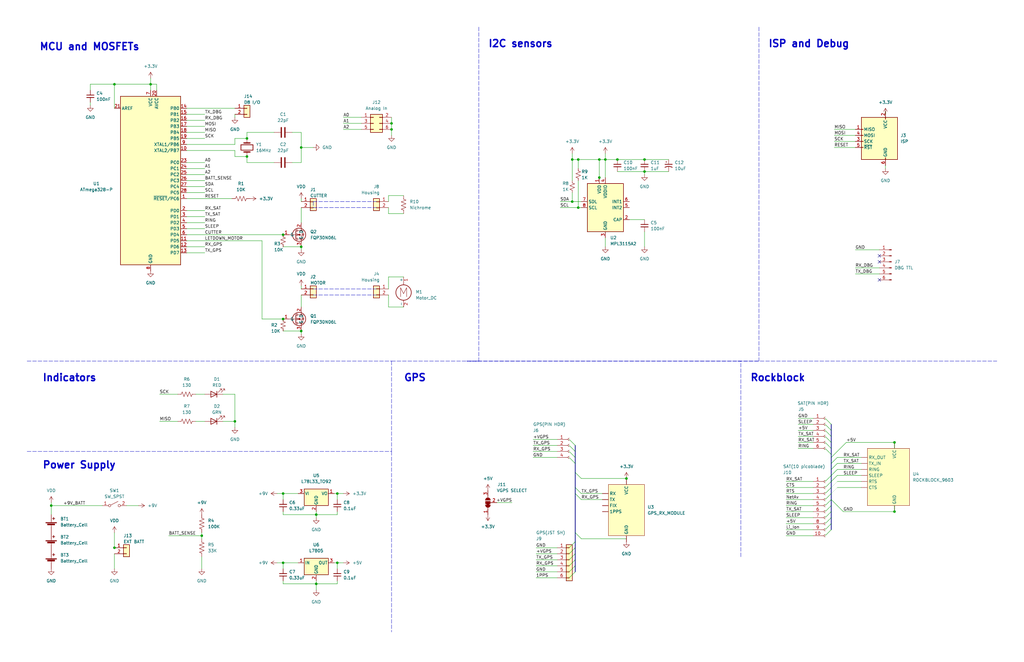
<source format=kicad_sch>
(kicad_sch (version 20211123) (generator eeschema)
  (paper "B")
  (title_block (title "${TITLE}") (date "2022-10-11") (rev "1") (company "Designed for the National Severe Storms Laboratory by Douglas Kennedy") (comment 1 "GPS and pressure sensors for geofencing, launch detection, and flight termination") (comment 2 "Rockblock satellite communicator interface for remote triggering and device configuration"))
  (junction (at 119.38 134.62))
  (junction (at 127 139.7))
  (junction (at 142.24 237.49))
  (junction (at 260.35 67.31))
  (junction (at 271.78 67.31))
  (junction (at 85.09 226.06))
  (junction (at 377.19 215.9))
  (junction (at 119.38 237.49))
  (junction (at 243.84 67.31))
  (junction (at 243.84 87.63))
  (junction (at 264.16 201.93))
  (junction (at 271.78 72.39))
  (junction (at 377.19 186.69))
  (junction (at 21.59 213.36))
  (junction (at 48.26 35.56))
  (junction (at 165.1 52.07))
  (junction (at 104.14 58.42))
  (junction (at 142.24 208.28))
  (junction (at 133.35 246.38))
  (junction (at 133.35 217.17))
  (junction (at 241.3 85.09))
  (junction (at 255.27 67.31))
  (junction (at 252.73 74.93))
  (junction (at 119.38 99.06))
  (junction (at 165.1 54.61))
  (junction (at 99.06 177.8))
  (junction (at 104.14 66.04))
  (junction (at 127 62.23))
  (junction (at 48.26 231.14))
  (junction (at 119.38 208.28))
  (junction (at 252.73 67.31))
  (junction (at 63.5 35.56))
  (junction (at 241.3 67.31))
  (junction (at 127 104.14))
  (no_connect (at 370.84 118.11))
  (no_connect (at 370.84 110.49))
  (no_connect (at 370.84 107.95))
  (bus_entry (at 347.98 205.74) (size 2.54 -2.54))
  (bus_entry (at 347.98 203.2) (size 2.54 -2.54))
  (bus_entry (at 347.98 220.98) (size 2.54 -2.54))
  (bus_entry (at 347.98 223.52) (size 2.54 -2.54))
  (bus_entry (at 347.98 226.06) (size 2.54 -2.54))
  (bus_entry (at 347.98 213.36) (size 2.54 -2.54))
  (bus_entry (at 347.98 215.9) (size 2.54 -2.54))
  (bus_entry (at 347.98 218.44) (size 2.54 -2.54))
  (bus_entry (at 347.98 208.28) (size 2.54 -2.54))
  (bus_entry (at 347.98 210.82) (size 2.54 -2.54))
  (bus_entry (at 350.52 210.82) (size 2.54 2.54))
  (bus_entry (at 350.52 200.66) (size 2.54 -2.54))
  (bus_entry (at 350.52 203.2) (size 2.54 -2.54))
  (bus_entry (at 347.98 189.23) (size 2.54 2.54))
  (bus_entry (at 347.98 176.53) (size 2.54 2.54))
  (bus_entry (at 347.98 181.61) (size 2.54 2.54))
  (bus_entry (at 347.98 179.07) (size 2.54 2.54))
  (bus_entry (at 347.98 184.15) (size 2.54 2.54))
  (bus_entry (at 347.98 186.69) (size 2.54 2.54))
  (bus_entry (at 350.52 198.12) (size 2.54 -2.54))
  (bus_entry (at 350.52 193.04) (size 2.54 -2.54))
  (bus_entry (at 350.52 195.58) (size 2.54 -2.54))
  (bus_entry (at 350.52 208.28) (size 2.54 -2.54) (stroke (width 0) (type dot)))
  (bus_entry (at 350.52 205.74) (size 2.54 -2.54) (stroke (width 0) (type dot)))
  (bus_entry (at 240.03 231.14) (size 2.54 -2.54))
  (bus_entry (at 240.03 233.68) (size 2.54 -2.54))
  (bus_entry (at 240.03 236.22) (size 2.54 -2.54))
  (bus_entry (at 240.03 238.76) (size 2.54 -2.54))
  (bus_entry (at 240.03 243.84) (size 2.54 -2.54))
  (bus_entry (at 240.03 241.3) (size 2.54 -2.54))
  (bus_entry (at 353.06 213.36) (size 2.54 2.54))
  (bus_entry (at 245.11 208.28) (size -2.54 -2.54))
  (bus_entry (at 245.11 210.82) (size -2.54 -2.54))
  (bus_entry (at 245.11 227.33) (size -2.54 -2.54))
  (bus_entry (at 245.11 201.93) (size -2.54 -2.54))
  (bus_entry (at 240.03 190.5) (size 2.54 2.54))
  (bus_entry (at 240.03 187.96) (size 2.54 2.54))
  (bus_entry (at 240.03 193.04) (size 2.54 2.54))
  (bus_entry (at 240.03 185.42) (size 2.54 2.54))
  (polyline (pts (xy 201.93 152.4) (xy 196.85 152.4)))
  (wire (pts (xy 243.84 87.63) (xy 245.11 87.63)))
  (wire (pts (xy 241.3 85.09) (xy 245.11 85.09)))
  (wire (pts (xy 63.5 35.56) (xy 66.04 35.56)))
  (polyline (pts (xy 132.08 121.92) (xy 158.75 121.92)))
  (bus (pts (xy 350.52 200.66) (xy 350.52 203.2)))
  (wire (pts (xy 265.43 92.71) (xy 271.78 92.71)))
  (wire (pts (xy 163.83 121.92) (xy 163.83 116.84)))
  (wire (pts (xy 78.74 48.26) (xy 86.36 48.26)))
  (wire (pts (xy 104.14 58.42) (xy 99.06 58.42)))
  (wire (pts (xy 271.78 97.79) (xy 271.78 104.14)))
  (polyline (pts (xy 196.85 152.4) (xy 320.04 152.4)))
  (wire (pts (xy 82.55 166.37) (xy 86.36 166.37)))
  (wire (pts (xy 351.79 54.61) (xy 360.68 54.61)))
  (wire (pts (xy 78.74 53.34) (xy 86.36 53.34)))
  (wire (pts (xy 252.73 67.31) (xy 255.27 67.31)))
  (wire (pts (xy 119.38 237.49) (xy 119.38 240.03)))
  (wire (pts (xy 271.78 72.39) (xy 281.94 72.39)))
  (wire (pts (xy 224.79 185.42) (xy 234.95 185.42)))
  (wire (pts (xy 53.34 213.36) (xy 58.42 213.36)))
  (polyline (pts (xy 11.43 152.4) (xy 165.1 152.4)))
  (bus (pts (xy 242.57 233.68) (xy 242.57 236.22)))
  (bus (pts (xy 242.57 195.58) (xy 242.57 199.39)))
  (wire (pts (xy 127 139.7) (xy 127 140.97)))
  (wire (pts (xy 245.11 201.93) (xy 264.16 201.93)))
  (wire (pts (xy 21.59 213.36) (xy 43.18 213.36)))
  (wire (pts (xy 163.83 90.17) (xy 170.18 90.17)))
  (wire (pts (xy 165.1 54.61) (xy 165.1 57.15)))
  (wire (pts (xy 127 105.41) (xy 127 104.14)))
  (wire (pts (xy 78.74 91.44) (xy 86.36 91.44)))
  (wire (pts (xy 226.06 243.84) (xy 234.95 243.84)))
  (wire (pts (xy 110.49 101.6) (xy 110.49 134.62)))
  (wire (pts (xy 104.14 55.88) (xy 115.57 55.88)))
  (wire (pts (xy 63.5 35.56) (xy 63.5 38.1)))
  (bus (pts (xy 350.52 189.23) (xy 350.52 191.77)))
  (wire (pts (xy 48.26 231.14) (xy 49.53 231.14)))
  (wire (pts (xy 331.47 203.2) (xy 342.9 203.2)))
  (wire (pts (xy 142.24 208.28) (xy 140.97 208.28)))
  (bus (pts (xy 242.57 224.79) (xy 242.57 228.6)))
  (wire (pts (xy 78.74 78.74) (xy 86.36 78.74)))
  (wire (pts (xy 241.3 81.28) (xy 241.3 85.09)))
  (wire (pts (xy 78.74 68.58) (xy 86.36 68.58)))
  (wire (pts (xy 360.68 115.57) (xy 370.84 115.57)))
  (wire (pts (xy 133.35 215.9) (xy 133.35 217.17)))
  (wire (pts (xy 119.38 237.49) (xy 125.73 237.49)))
  (wire (pts (xy 245.11 227.33) (xy 264.16 227.33)))
  (bus (pts (xy 350.52 181.61) (xy 350.52 184.15)))
  (bus (pts (xy 350.52 195.58) (xy 350.52 198.12)))
  (wire (pts (xy 116.84 208.28) (xy 119.38 208.28)))
  (polyline (pts (xy 165.1 190.5) (xy 165.1 266.7)))
  (wire (pts (xy 353.06 195.58) (xy 363.22 195.58)))
  (wire (pts (xy 78.74 76.2) (xy 86.36 76.2)))
  (wire (pts (xy 331.47 220.98) (xy 342.9 220.98)))
  (wire (pts (xy 224.79 187.96) (xy 234.95 187.96)))
  (polyline (pts (xy 312.42 234.95) (xy 312.42 152.4)))
  (wire (pts (xy 163.83 116.84) (xy 170.18 116.84)))
  (polyline (pts (xy 132.08 124.46) (xy 158.75 124.46)))
  (wire (pts (xy 245.11 210.82) (xy 254 210.82)))
  (wire (pts (xy 353.06 203.2) (xy 363.22 203.2)))
  (wire (pts (xy 78.74 60.96) (xy 99.06 60.96)))
  (wire (pts (xy 127 124.46) (xy 127 129.54)))
  (wire (pts (xy 123.19 68.58) (xy 127 68.58)))
  (wire (pts (xy 163.83 87.63) (xy 163.83 90.17)))
  (wire (pts (xy 255.27 100.33) (xy 255.27 104.14)))
  (wire (pts (xy 360.68 105.41) (xy 370.84 105.41)))
  (polyline (pts (xy 201.93 11.43) (xy 201.93 152.4)))
  (wire (pts (xy 21.59 213.36) (xy 21.59 217.17)))
  (wire (pts (xy 260.35 72.39) (xy 271.78 72.39)))
  (bus (pts (xy 242.57 190.5) (xy 242.57 193.04)))
  (bus (pts (xy 242.57 236.22) (xy 242.57 238.76)))
  (wire (pts (xy 360.68 113.03) (xy 370.84 113.03)))
  (wire (pts (xy 255.27 64.77) (xy 255.27 67.31)))
  (wire (pts (xy 331.47 205.74) (xy 342.9 205.74)))
  (wire (pts (xy 331.47 215.9) (xy 342.9 215.9)))
  (wire (pts (xy 78.74 96.52) (xy 86.36 96.52)))
  (wire (pts (xy 38.1 38.1) (xy 38.1 35.56)))
  (wire (pts (xy 271.78 67.31) (xy 281.94 67.31)))
  (bus (pts (xy 350.52 179.07) (xy 350.52 181.61)))
  (wire (pts (xy 48.26 35.56) (xy 48.26 45.72)))
  (wire (pts (xy 342.9 210.82) (xy 331.47 210.82)))
  (wire (pts (xy 226.06 238.76) (xy 234.95 238.76)))
  (wire (pts (xy 133.35 218.44) (xy 133.35 217.17)))
  (bus (pts (xy 350.52 193.04) (xy 350.52 195.58)))
  (polyline (pts (xy 165.1 152.4) (xy 420.37 152.4)))
  (wire (pts (xy 224.79 190.5) (xy 234.95 190.5)))
  (wire (pts (xy 144.78 208.28) (xy 142.24 208.28)))
  (wire (pts (xy 243.84 76.2) (xy 243.84 87.63)))
  (wire (pts (xy 142.24 237.49) (xy 140.97 237.49)))
  (wire (pts (xy 241.3 76.2) (xy 241.3 67.31)))
  (wire (pts (xy 144.78 49.53) (xy 152.4 49.53)))
  (wire (pts (xy 78.74 50.8) (xy 86.36 50.8)))
  (wire (pts (xy 110.49 134.62) (xy 119.38 134.62)))
  (wire (pts (xy 99.06 63.5) (xy 99.06 66.04)))
  (wire (pts (xy 331.47 226.06) (xy 342.9 226.06)))
  (bus (pts (xy 242.57 231.14) (xy 242.57 233.68)))
  (wire (pts (xy 353.06 205.74) (xy 363.22 205.74)))
  (bus (pts (xy 350.52 198.12) (xy 350.52 200.66)))
  (wire (pts (xy 127 83.82) (xy 127 85.09)))
  (wire (pts (xy 252.73 74.93) (xy 252.73 76.2)))
  (wire (pts (xy 243.84 67.31) (xy 252.73 67.31)))
  (wire (pts (xy 38.1 43.18) (xy 38.1 44.45)))
  (wire (pts (xy 144.78 237.49) (xy 142.24 237.49)))
  (wire (pts (xy 119.38 215.9) (xy 119.38 217.17)))
  (bus (pts (xy 350.52 210.82) (xy 350.52 213.36)))
  (wire (pts (xy 243.84 67.31) (xy 243.84 71.12)))
  (bus (pts (xy 242.57 193.04) (xy 242.57 195.58)))
  (polyline (pts (xy 132.08 85.09) (xy 158.75 85.09)))
  (wire (pts (xy 353.06 190.5) (xy 356.87 186.69)))
  (wire (pts (xy 99.06 66.04) (xy 104.14 66.04)))
  (bus (pts (xy 242.57 208.28) (xy 242.57 224.79)))
  (wire (pts (xy 78.74 63.5) (xy 99.06 63.5)))
  (wire (pts (xy 99.06 166.37) (xy 99.06 177.8)))
  (wire (pts (xy 104.14 66.04) (xy 104.14 68.58)))
  (wire (pts (xy 355.6 215.9) (xy 377.19 215.9)))
  (wire (pts (xy 93.98 177.8) (xy 99.06 177.8)))
  (wire (pts (xy 48.26 233.68) (xy 48.26 240.03)))
  (polyline (pts (xy 165.1 152.4) (xy 165.1 190.5)))
  (wire (pts (xy 67.31 177.8) (xy 74.93 177.8)))
  (wire (pts (xy 342.9 208.28) (xy 331.47 208.28)))
  (wire (pts (xy 142.24 208.28) (xy 142.24 210.82)))
  (wire (pts (xy 331.47 213.36) (xy 342.9 213.36)))
  (wire (pts (xy 78.74 71.12) (xy 86.36 71.12)))
  (wire (pts (xy 85.09 240.03) (xy 85.09 234.95)))
  (wire (pts (xy 66.04 35.56) (xy 66.04 38.1)))
  (wire (pts (xy 226.06 231.14) (xy 234.95 231.14)))
  (wire (pts (xy 342.9 184.15) (xy 336.55 184.15)))
  (bus (pts (xy 242.57 205.74) (xy 242.57 208.28)))
  (wire (pts (xy 116.84 237.49) (xy 119.38 237.49)))
  (wire (pts (xy 99.06 177.8) (xy 99.06 180.34)))
  (wire (pts (xy 351.79 57.15) (xy 360.68 57.15)))
  (wire (pts (xy 353.06 198.12) (xy 363.22 198.12)))
  (wire (pts (xy 241.3 64.77) (xy 241.3 67.31)))
  (wire (pts (xy 85.09 227.33) (xy 85.09 226.06)))
  (wire (pts (xy 373.38 46.99) (xy 373.38 48.26)))
  (wire (pts (xy 331.47 218.44) (xy 342.9 218.44)))
  (wire (pts (xy 377.19 186.69) (xy 377.19 189.23)))
  (bus (pts (xy 350.52 205.74) (xy 350.52 208.28)))
  (wire (pts (xy 336.55 189.23) (xy 342.9 189.23)))
  (wire (pts (xy 119.38 246.38) (xy 133.35 246.38)))
  (wire (pts (xy 38.1 35.56) (xy 48.26 35.56)))
  (wire (pts (xy 133.35 217.17) (xy 142.24 217.17)))
  (wire (pts (xy 127 62.23) (xy 127 68.58)))
  (wire (pts (xy 119.38 208.28) (xy 125.73 208.28)))
  (bus (pts (xy 350.52 191.77) (xy 350.52 193.04)))
  (wire (pts (xy 336.55 176.53) (xy 342.9 176.53)))
  (wire (pts (xy 104.14 58.42) (xy 104.14 55.88)))
  (wire (pts (xy 127 87.63) (xy 127 93.98)))
  (wire (pts (xy 353.06 193.04) (xy 363.22 193.04)))
  (wire (pts (xy 373.38 69.85) (xy 373.38 71.12)))
  (wire (pts (xy 21.59 212.09) (xy 21.59 213.36)))
  (wire (pts (xy 245.11 208.28) (xy 254 208.28)))
  (polyline (pts (xy 132.08 85.09) (xy 132.08 87.63)))
  (wire (pts (xy 78.74 99.06) (xy 119.38 99.06)))
  (wire (pts (xy 336.55 181.61) (xy 342.9 181.61)))
  (wire (pts (xy 241.3 67.31) (xy 243.84 67.31)))
  (wire (pts (xy 226.06 241.3) (xy 234.95 241.3)))
  (wire (pts (xy 78.74 55.88) (xy 86.36 55.88)))
  (wire (pts (xy 236.22 87.63) (xy 243.84 87.63)))
  (wire (pts (xy 82.55 177.8) (xy 86.36 177.8)))
  (wire (pts (xy 336.55 186.69) (xy 342.9 186.69)))
  (wire (pts (xy 85.09 226.06) (xy 85.09 224.79)))
  (wire (pts (xy 133.35 245.11) (xy 133.35 246.38)))
  (wire (pts (xy 119.38 208.28) (xy 119.38 210.82)))
  (wire (pts (xy 163.83 82.55) (xy 170.18 82.55)))
  (wire (pts (xy 226.06 233.68) (xy 234.95 233.68)))
  (wire (pts (xy 119.38 104.14) (xy 127 104.14)))
  (wire (pts (xy 78.74 101.6) (xy 110.49 101.6)))
  (wire (pts (xy 93.98 166.37) (xy 99.06 166.37)))
  (wire (pts (xy 142.24 237.49) (xy 142.24 240.03)))
  (wire (pts (xy 353.06 200.66) (xy 363.22 200.66)))
  (wire (pts (xy 78.74 106.68) (xy 86.36 106.68)))
  (bus (pts (xy 350.52 220.98) (xy 350.52 223.52)))
  (wire (pts (xy 78.74 83.82) (xy 97.79 83.82)))
  (wire (pts (xy 163.83 129.54) (xy 163.83 124.46)))
  (wire (pts (xy 78.74 93.98) (xy 86.36 93.98)))
  (wire (pts (xy 48.26 224.79) (xy 48.26 231.14)))
  (wire (pts (xy 142.24 245.11) (xy 142.24 246.38)))
  (wire (pts (xy 119.38 139.7) (xy 127 139.7)))
  (wire (pts (xy 252.73 67.31) (xy 252.73 74.93)))
  (wire (pts (xy 78.74 45.72) (xy 99.06 45.72)))
  (bus (pts (xy 242.57 238.76) (xy 242.57 241.3)))
  (polyline (pts (xy 11.43 190.5) (xy 165.1 190.5)))
  (wire (pts (xy 123.19 55.88) (xy 127 55.88)))
  (wire (pts (xy 351.79 59.69) (xy 360.68 59.69)))
  (bus (pts (xy 242.57 199.39) (xy 242.57 205.74)))
  (polyline (pts (xy 312.42 152.4) (xy 311.15 152.4)))
  (bus (pts (xy 350.52 184.15) (xy 350.52 186.69)))
  (wire (pts (xy 99.06 58.42) (xy 99.06 60.96)))
  (wire (pts (xy 78.74 73.66) (xy 86.36 73.66)))
  (wire (pts (xy 144.78 54.61) (xy 152.4 54.61)))
  (wire (pts (xy 260.35 67.31) (xy 271.78 67.31)))
  (wire (pts (xy 255.27 67.31) (xy 260.35 67.31)))
  (wire (pts (xy 356.87 186.69) (xy 377.19 186.69)))
  (wire (pts (xy 104.14 68.58) (xy 115.57 68.58)))
  (wire (pts (xy 331.47 223.52) (xy 342.9 223.52)))
  (wire (pts (xy 271.78 72.39) (xy 271.78 73.66)))
  (bus (pts (xy 350.52 208.28) (xy 350.52 210.82)))
  (bus (pts (xy 350.52 218.44) (xy 350.52 220.98)))
  (wire (pts (xy 255.27 67.31) (xy 255.27 74.93)))
  (bus (pts (xy 350.52 186.69) (xy 350.52 189.23)))
  (wire (pts (xy 127 62.23) (xy 132.08 62.23)))
  (wire (pts (xy 48.26 35.56) (xy 63.5 35.56)))
  (wire (pts (xy 165.1 49.53) (xy 165.1 52.07)))
  (bus (pts (xy 350.52 213.36) (xy 350.52 215.9)))
  (wire (pts (xy 170.18 129.54) (xy 163.83 129.54)))
  (wire (pts (xy 236.22 85.09) (xy 241.3 85.09)))
  (wire (pts (xy 224.79 193.04) (xy 234.95 193.04)))
  (wire (pts (xy 133.35 246.38) (xy 142.24 246.38)))
  (wire (pts (xy 336.55 179.07) (xy 342.9 179.07)))
  (bus (pts (xy 242.57 187.96) (xy 242.57 190.5)))
  (wire (pts (xy 377.19 213.36) (xy 377.19 215.9)))
  (wire (pts (xy 127 55.88) (xy 127 62.23)))
  (wire (pts (xy 67.31 166.37) (xy 74.93 166.37)))
  (wire (pts (xy 163.83 85.09) (xy 163.83 82.55)))
  (wire (pts (xy 119.38 217.17) (xy 133.35 217.17)))
  (wire (pts (xy 351.79 62.23) (xy 360.68 62.23)))
  (wire (pts (xy 78.74 81.28) (xy 86.36 81.28)))
  (wire (pts (xy 99.06 48.26) (xy 99.06 49.53)))
  (bus (pts (xy 350.52 203.2) (xy 350.52 205.74)))
  (wire (pts (xy 226.06 236.22) (xy 234.95 236.22)))
  (wire (pts (xy 142.24 217.17) (xy 142.24 215.9)))
  (wire (pts (xy 209.55 212.09) (xy 215.9 212.09)))
  (wire (pts (xy 144.78 52.07) (xy 152.4 52.07)))
  (bus (pts (xy 350.52 215.9) (xy 350.52 218.44)))
  (polyline (pts (xy 320.04 11.43) (xy 320.04 152.4)))
  (wire (pts (xy 119.38 245.11) (xy 119.38 246.38)))
  (wire (pts (xy 63.5 33.02) (xy 63.5 35.56)))
  (polyline (pts (xy 132.08 87.63) (xy 158.75 87.63)))
  (wire (pts (xy 78.74 58.42) (xy 86.36 58.42)))
  (wire (pts (xy 165.1 52.07) (xy 165.1 54.61)))
  (wire (pts (xy 133.35 246.38) (xy 133.35 248.92)))
  (wire (pts (xy 78.74 104.14) (xy 86.36 104.14)))
  (wire (pts (xy 78.74 88.9) (xy 86.36 88.9)))
  (wire (pts (xy 127 120.65) (xy 127 121.92)))
  (bus (pts (xy 242.57 228.6) (xy 242.57 231.14)))
  (wire (pts (xy 71.12 226.06) (xy 85.09 226.06)))
  (text "GPS" (at 170.18 161.29 0) (effects (font (size 3 3) bold) (justify left bottom)))
  (text "ISP and Debug" (at 323.85 20.32 0) (effects (font (size 3 3) bold) (justify left bottom)))
  (text "Power Supply" (at 17.78 198.12 0) (effects (font (size 3 3) (thickness 0.6) bold) (justify left bottom)))
  (text "I2C sensors" (at 205.74 20.32 0) (effects (font (size 3 3) bold) (justify left bottom)))
  (text "Indicators" (at 17.78 161.29 0) (effects (font (size 3 3) (thickness 0.6) bold) (justify left bottom)))
  (text "Rockblock" (at 316.23 161.29 0) (effects (font (size 3 3) bold) (justify left bottom)))
  (text "MCU and MOSFETs" (at 16.51 21.59 0) (effects (font (size 3 3) bold) (justify left bottom)))
  (label "SLEEP" (at 86.36 96.52 0))
  (label "TX_GPS" (at 86.36 106.68 0))
  (label "SLEEP" (at 336.55 179.07 0))
  (label "NetAv" (at 331.47 210.82 0))
  (label "BATT_SENSE" (at 86.36 76.2 0))
  (label "RING" (at 355.6 198.12 0))
  (label "TX_GPS" (at 245.11 208.28 0))
  (label "TX_SAT" (at 86.36 91.44 0))
  (label "TX_DBG" (at 360.68 115.57 0))
  (label "MOSI" (at 351.79 57.15 0))
  (label "1PPS" (at 226.06 243.84 0))
  (label "MISO" (at 351.79 54.61 0))
  (label "SCL" (at 236.22 87.63 0))
  (label "+VGPS" (at 215.9 212.09 180))
  (label "SCK" (at 86.36 58.42 0))
  (label "RX_SAT" (at 355.6 193.04 0))
  (label "SCK" (at 67.31 166.37 0))
  (label "SDA" (at 86.36 78.74 0))
  (label "+VGPS" (at 224.79 185.42 0))
  (label "BATT_SENSE" (at 71.12 226.06 0))
  (label "TX_GPS" (at 226.06 236.22 0))
  (label "SCK" (at 351.79 59.69 0))
  (label "A2" (at 86.36 73.66 0))
  (label "GND" (at 336.55 176.53 0))
  (label "GND" (at 355.6 215.9 0))
  (label "Li_Ion" (at 331.47 223.52 0))
  (label "+5V" (at 331.47 220.98 0))
  (label "LETDOWN_MOTOR" (at 86.36 101.6 0))
  (label "RX_SAT" (at 331.47 203.2 0))
  (label "GND" (at 226.06 241.3 0))
  (label "RX_GPS" (at 86.36 104.14 0))
  (label "RX_GPS" (at 226.06 238.76 0))
  (label "TX_GPS" (at 224.79 187.96 0))
  (label "RTS" (at 331.47 208.28 0))
  (label "TX_SAT" (at 355.6 195.58 0))
  (label "RING" (at 86.36 93.98 0))
  (label "CTS" (at 331.47 205.74 0))
  (label "+VGPS" (at 226.06 233.68 0))
  (label "RX_DBG" (at 86.36 50.8 0))
  (label "MOSI" (at 86.36 53.34 0))
  (label "RX_GPS" (at 224.79 190.5 0))
  (label "RING" (at 336.55 189.23 0))
  (label "RESET" (at 86.36 83.82 0))
  (label "TX_DBG" (at 86.36 48.26 0))
  (label "RX_SAT" (at 86.36 88.9 0))
  (label "RX_GPS" (at 245.11 210.82 0))
  (label "RESET" (at 351.79 62.23 0))
  (label "A2" (at 144.78 54.61 0))
  (label "A0" (at 144.78 49.53 0))
  (label "SLEEP" (at 331.47 218.44 0))
  (label "SDA" (at 236.22 85.09 0))
  (label "MISO" (at 67.31 177.8 0))
  (label "RX_SAT" (at 336.55 186.69 0))
  (label "TX_SAT" (at 336.55 184.15 0))
  (label "+9V_BATT" (at 26.67 213.36 0))
  (label "TX_SAT" (at 331.47 215.9 0))
  (label "+5V" (at 336.55 181.61 0))
  (label "RING" (at 331.47 213.36 0))
  (label "GND" (at 360.68 105.41 0))
  (label "A1" (at 86.36 71.12 0))
  (label "GND" (at 226.06 231.14 0))
  (label "CUTTER" (at 86.36 99.06 0))
  (label "SLEEP" (at 355.6 200.66 0))
  (label "MISO" (at 86.36 55.88 0))
  (label "RX_DBG" (at 360.68 113.03 0))
  (label "+5V" (at 356.87 186.69 0))
  (label "GND" (at 224.79 193.04 0))
  (label "GND" (at 331.47 226.06 0))
  (label "A0" (at 86.36 68.58 0))
  (label "SCL" (at 86.36 81.28 0))
  (label "A1" (at 144.78 52.07 0))
  (symbol (lib_id "power:GND") (at 133.35 218.44 0) (unit 1)
    (property "Reference" "#PWR0109" (effects hide))
    (property "Value" "GND" (at 133.35 223.52 0))
  )
  (symbol (lib_id "power:+3.3V") (at 144.78 208.28 270) (unit 1)
    (property "Reference" "#PWR0106" (effects hide))
    (property "Value" "+3.3V" (at 148.59 208.2799 90) (effects (justify left)))
  )
  (symbol (lib_id "power:GND") (at 99.06 180.34 0) (unit 1)
    (property "Reference" "#PWR0121" (effects hide))
    (property "Value" "GND" (at 99.06 185.42 0))
  )
  (symbol (lib_id "Connector:Conn_01x06_Male") (at 375.92 110.49 0) (mirror y) (unit 1)
    (property "Reference" "J7" (at 377.19 110.4899 0) (effects (justify right)))
    (property "Value" "DBG TTL" (at 377.19 113.0299 0) (effects (justify right)))
    (property "Footprint" "Connector_PinHeader_2.54mm:PinHeader_1x06_P2.54mm_Vertical" (effects hide))
  )
  (symbol (lib_id "power:VDD") (at 127 83.82 0) (unit 1)
    (property "Reference" "#PWR0102" (effects hide))
    (property "Value" "VDD" (at 127 78.74 0))
  )
  (symbol (lib_id "power:GND") (at 264.16 228.6 0) (unit 1)
    (property "Reference" "#PWR0113" (effects hide))
    (property "Value" "GND" (at 264.16 233.68 0))
  )
  (symbol (lib_id "Device:R_Small_US") (at 243.84 73.66 180) (unit 1)
    (property "Reference" "R9" (at 245.1887 72.4251 0) (effects (justify right)))
    (property "Value" "1K" (at 245.1887 74.9651 0) (effects (justify right)))
    (property "Footprint" "Resistor_THT:R_Axial_DIN0204_L3.6mm_D1.6mm_P7.62mm_Horizontal" (effects hide))
  )
  (symbol (lib_id "Device:C") (at 119.38 68.58 90) (unit 1)
    (property "Reference" "C2" (at 119.38 60.96 90))
    (property "Value" "22pF" (at 119.38 63.5 90))
    (property "Footprint" "Capacitor_THT:C_Disc_D4.7mm_W2.5mm_P5.00mm" (effects hide))
    (property "Datasheet" "https://www.farnell.com/datasheets/2873573.pdf" (effects hide))
  )
  (symbol (lib_id "Connector_Generic:Conn_01x02") (at 132.08 85.09 0) (unit 1)
    (property "Reference" "J1" (at 130.81 80.01 0) (effects (justify left)))
    (property "Value" "CUTTER" (at 130.81 82.55 0) (effects (justify left)))
    (property "Footprint" "Connector_JST:JST_XH_B2B-XH-A_1x02_P2.50mm_Vertical" (effects hide))
  )
  (symbol (lib_id "Device:R_Small_US") (at 241.3 78.74 180) (unit 1)
    (property "Reference" "R8" (at 237.1603 77.4117 0) (effects (justify right)))
    (property "Value" "1K" (at 237.1603 79.9517 0) (effects (justify right)))
    (property "Footprint" "Resistor_THT:R_Axial_DIN0204_L3.6mm_D1.6mm_P7.62mm_Horizontal" (effects hide))
  )
  (symbol (lib_id "Jumper:SolderJumper_3_Bridged12") (at 205.74 212.09 90) (unit 1)
    (property "Reference" "J11" (at 213.36 204.47 90) (effects (justify left)))
    (property "Value" "VGPS SELECT" (at 222.25 207.01 90) (effects (justify left)))
    (property "Footprint" "Jumper:SolderJumper-3_P1.3mm_Bridged12_RoundedPad1.0x1.5mm" (effects hide))
  )
  (symbol (lib_id "power:+3.3V") (at 105.41 83.82 270) (unit 1)
    (property "Reference" "#PWR03" (effects hide))
    (property "Value" "+3.3V" (at 109.2041 83.8199 90) (effects (justify left)))
  )
  (symbol (lib_id "Connector_Generic:Conn_01x02") (at 132.08 121.92 0) (unit 1)
    (property "Reference" "J2" (at 130.81 116.84 0) (effects (justify left)))
    (property "Value" "MOTOR" (at 130.81 119.38 0) (effects (justify left)))
    (property "Footprint" "Connector_JST:JST_XH_B2B-XH-A_1x02_P2.50mm_Vertical" (effects hide))
  )
  (symbol (lib_id "Device:R_US") (at 85.09 220.98 0) (unit 1)
    (property "Reference" "R4" (at 87.63 219.7099 0) (effects (justify left)))
    (property "Value" "100K" (at 87.63 222.2499 0) (effects (justify left)))
    (property "Footprint" "Resistor_THT:R_Axial_DIN0204_L3.6mm_D1.6mm_P7.62mm_Horizontal" (effects hide))
  )
  (symbol (lib_id "Connector_Generic:Conn_01x02") (at 104.14 45.72 0) (unit 1)
    (property "Reference" "J14" (at 102.87 40.64 0) (effects (justify left)))
    (property "Value" "D8 I/O" (at 102.87 43.18 0) (effects (justify left)))
    (property "Footprint" "Connector_JST:JST_XH_B2B-XH-A_1x02_P2.50mm_Vertical" (effects hide))
  )
  (symbol (lib_id "Switch:SW_SPST") (at 48.26 213.36 0) (unit 1)
    (property "Reference" "SW1" (at 48.26 207.01 0))
    (property "Value" "SW_SPST" (at 48.26 209.55 0))
    (property "Footprint" "Connector_JST:JST_XH_B2B-XH-A_1x02_P2.50mm_Vertical" (effects hide))
  )
  (symbol (lib_id "Device:C_Small") (at 142.24 213.36 180) (unit 1)
    (property "Reference" "C8" (at 144.78 212.0835 0) (effects (justify right)))
    (property "Value" "0.1uF" (at 144.78 214.6235 0) (effects (justify right)))
    (property "Footprint" "Capacitor_THT:C_Axial_L5.1mm_D3.1mm_P7.50mm_Horizontal" (effects hide))
  )
  (symbol (lib_id "Doug_symbol_library:FQP30N06L") (at 125.73 99.06 0) (unit 1)
    (property "Reference" "Q2" (at 130.81 97.7899 0) (effects (justify left)))
    (property "Value" "FQP30N06L" (at 130.81 100.3299 0) (effects (justify left)))
    (property "Footprint" "Package_TO_SOT_THT:TO-220-3_Horizontal_TabDown" (effects hide))
  )
  (symbol (lib_id "Connector_Generic:Conn_01x02") (at 158.75 121.92 0) (mirror y) (unit 1) (in_bom no) (on_board no)
    (property "Reference" "J4" (at 158.75 115.57 0))
    (property "Value" "Housing" (at 156.21 118.11 0))
  )
  (symbol (lib_id "power:GND") (at 99.06 49.53 0) (unit 1)
    (property "Reference" "#PWR0129" (effects hide))
    (property "Value" "GND" (at 99.06 54.61 0))
  )
  (symbol (lib_id "Device:C_Small") (at 260.35 69.85 0) (unit 1)
    (property "Reference" "C10" (at 262.89 68.5862 0) (effects (justify left)))
    (property "Value" "100nF" (at 262.89 71.1262 0) (effects (justify left)))
    (property "Footprint" "Capacitor_THT:C_Axial_L5.1mm_D3.1mm_P7.50mm_Horizontal" (effects hide))
  )
  (symbol (lib_id "power:VDD") (at 127 120.65 0) (unit 1)
    (property "Reference" "#PWR0101" (effects hide))
    (property "Value" "VDD" (at 127 115.57 0))
  )
  (symbol (lib_id "Device:R_US") (at 170.18 86.36 0) (unit 1) (in_bom no) (on_board no)
    (property "Reference" "R10" (at 172.72 85.0899 0) (effects (justify left)))
    (property "Value" "Nichrome" (at 172.72 87.6299 0) (effects (justify left)))
  )
  (symbol (lib_id "Device:R_US") (at 85.09 231.14 0) (unit 1)
    (property "Reference" "R5" (at 87.63 229.8699 0) (effects (justify left)))
    (property "Value" "33K" (at 87.63 232.4099 0) (effects (justify left)))
    (property "Footprint" "Resistor_THT:R_Axial_DIN0204_L3.6mm_D1.6mm_P7.62mm_Horizontal" (effects hide))
    (property "Datasheet" "Resistor_THT:R_Axial_DIN0309_L9.0mm_D3.2mm_P12.70mm_Horizontal" (effects hide))
  )
  (symbol (lib_id "power:GND") (at 127 105.41 0) (unit 1)
    (property "Reference" "#PWR05" (effects hide))
    (property "Value" "GND" (at 127 110.49 0))
  )
  (symbol (lib_id "Connector_Generic:Conn_01x02") (at 158.75 85.09 0) (mirror y) (unit 1) (in_bom no) (on_board no)
    (property "Reference" "J8" (at 158.75 78.74 0))
    (property "Value" "Housing" (at 156.21 81.28 0))
  )
  (symbol (lib_id "Device:Battery_Cell") (at 21.59 222.25 0) (unit 1)
    (property "Reference" "BT1" (at 25.4 218.9479 0) (effects (justify left)))
    (property "Value" "Battery_Cell" (at 25.4 221.4879 0) (effects (justify left)))
    (property "Footprint" "doug_Library:BatteryHolder_Keystone_1051_1xCR123A" (effects hide))
  )
  (symbol (lib_id "Device:C_Small") (at 119.38 213.36 180) (unit 1)
    (property "Reference" "C6" (at 121.92 212.0835 0) (effects (justify right)))
    (property "Value" "0.33uF" (at 121.92 214.6235 0) (effects (justify right)))
    (property "Footprint" "Capacitor_THT:C_Axial_L5.1mm_D3.1mm_P7.50mm_Horizontal" (effects hide))
    (property "Datasheet" "https://datasheets.kyocera-avx.com/spingrd.pdf" (effects hide))
  )
  (symbol (lib_id "power:+9V") (at 85.09 217.17 0) (unit 1)
    (property "Reference" "#PWR0110" (effects hide))
    (property "Value" "+9V" (at 85.09 212.09 0))
  )
  (symbol (lib_id "Connector_Generic:Conn_01x02") (at 53.34 231.14 0) (unit 1)
    (property "Reference" "J13" (at 52.07 226.06 0) (effects (justify left)))
    (property "Value" "EXT BATT" (at 52.07 228.6 0) (effects (justify left)))
    (property "Footprint" "Connector_JST:JST_XH_B2B-XH-A_1x02_P2.50mm_Vertical" (effects hide))
  )
  (symbol (lib_id "power:GND") (at 67.31 -54.61 0) (unit 1)
    (property "Reference" "#PWR0127" (effects hide))
    (property "Value" "GND" (at 67.31 -48.26 0))
  )
  (symbol (lib_id "power:GND") (at 271.78 73.66 0) (unit 1)
    (property "Reference" "#PWR0122" (effects hide))
    (property "Value" "GND" (at 271.78 78.74 0))
  )
  (symbol (lib_id "Device:C_Small") (at 271.78 69.85 0) (unit 1)
    (property "Reference" "C11" (at 274.32 68.5862 0) (effects (justify left)))
    (property "Value" "1uF" (at 274.32 71.1262 0) (effects (justify left)))
    (property "Footprint" "Capacitor_THT:C_Axial_L5.1mm_D3.1mm_P7.50mm_Horizontal" (effects hide))
    (property "Datasheet" "https://www.digikey.com/en/products/detail/kemet/C410C105K3R5TA/12701220" (effects hide))
  )
  (symbol (lib_id "power:+9V") (at 116.84 237.49 90) (unit 1)
    (property "Reference" "#PWR0105" (effects hide))
    (property "Value" "+9V" (at 113.03 237.4899 90) (effects (justify left)))
  )
  (symbol (lib_id "power:GND") (at 48.26 240.03 0) (unit 1)
    (property "Reference" "#PWR0128" (effects hide))
    (property "Value" "GND" (at 48.26 245.11 0))
  )
  (symbol (lib_id "power:+3.3V") (at 63.5 33.02 0) (unit 1)
    (property "Reference" "#PWR01" (effects hide))
    (property "Value" "+3.3V" (at 63.5 27.94 0))
  )
  (symbol (lib_id "Device:C_Small") (at 119.38 242.57 180) (unit 1)
    (property "Reference" "C7" (at 121.92 241.2935 0) (effects (justify right)))
    (property "Value" "0.33uF" (at 121.92 243.8335 0) (effects (justify right)))
    (property "Footprint" "Capacitor_THT:C_Axial_L5.1mm_D3.1mm_P7.50mm_Horizontal" (effects hide))
    (property "Datasheet" "https://datasheets.kyocera-avx.com/spingrd.pdf" (effects hide))
  )
  (symbol (lib_id "power:GND") (at 21.59 240.03 0) (unit 1)
    (property "Reference" "#PWR0103" (effects hide))
    (property "Value" "GND" (at 21.59 245.11 0))
  )
  (symbol (lib_id "Device:LED") (at 90.17 177.8 180) (unit 1)
    (property "Reference" "D2" (at 91.44 171.45 0))
    (property "Value" "GRN" (at 91.44 173.99 0))
    (property "Footprint" "LED_THT:LED_D3.0mm" (effects hide))
  )
  (symbol (lib_id "Device:R_US") (at 78.74 177.8 90) (unit 1)
    (property "Reference" "R7" (at 78.74 171.45 90))
    (property "Value" "130" (at 78.74 173.99 90))
    (property "Footprint" "Resistor_THT:R_Axial_DIN0204_L3.6mm_D1.6mm_P7.62mm_Horizontal" (effects hide))
  )
  (symbol (lib_id "power:VDD") (at 21.59 212.09 0) (unit 1)
    (property "Reference" "#PWR0114" (effects hide))
    (property "Value" "VDD" (at 21.59 207.01 0))
  )
  (symbol (lib_id "Motor:Motor_DC") (at 170.18 121.92 0) (unit 1) (on_board no)
    (property "Reference" "M1" (at 175.26 123.1899 0) (effects (justify left)))
    (property "Value" "Motor_DC" (at 175.26 125.7299 0) (effects (justify left)))
  )
  (symbol (lib_id "power:+3.3V") (at 255.27 64.77 0) (unit 1)
    (property "Reference" "#PWR0117" (effects hide))
    (property "Value" "+3.3V" (at 255.27 59.69 0))
  )
  (symbol (lib_id "power:GND") (at 63.5 114.3 0) (unit 1)
    (property "Reference" "#PWR02" (effects hide))
    (property "Value" "GND" (at 63.5 119.38 0))
  )
  (symbol (lib_id "MCU_Microchip_ATmega:ATmega328-P") (at 63.5 76.2 0) (unit 1)
    (property "Reference" "U1" (at 40.64 77.47 0))
    (property "Value" "ATmega328-P" (at 40.64 80.01 0))
    (property "Footprint" "Package_DIP:DIP-28_W7.62mm" (effects hide))
    (property "Datasheet" "http://ww1.microchip.com/downloads/en/DeviceDoc/ATmega328_P%20AVR%20MCU%20with%20picoPower%20Technology%20Data%20Sheet%2040001984A.pdf" (effects hide))
  )
  (symbol (lib_id "Device:R_Small_US") (at 119.38 137.16 0) (unit 1)
    (property "Reference" "R2" (at 114.3 137.16 0) (effects (justify left)))
    (property "Value" "10K" (at 114.3 139.7 0) (effects (justify left)))
    (property "Footprint" "Resistor_THT:R_Axial_DIN0204_L3.6mm_D1.6mm_P7.62mm_Horizontal" (effects hide))
  )
  (symbol (lib_id "power:+5V") (at 205.74 207.01 0) (unit 1)
    (property "Reference" "#PWR0120" (effects hide))
    (property "Value" "+5V" (at 205.74 201.93 0))
  )
  (symbol (lib_id "power:+3.3V") (at 241.3 64.77 0) (unit 1)
    (property "Reference" "#PWR07" (effects hide))
    (property "Value" "+3.3V" (at 241.3 59.69 0))
  )
  (symbol (lib_id "Device:R_Small_US") (at 119.38 101.6 0) (unit 1)
    (property "Reference" "R3" (at 115.57 102.87 0) (effects (justify left)))
    (property "Value" "10K" (at 115.57 105.41 0) (effects (justify left)))
    (property "Footprint" "Resistor_THT:R_Axial_DIN0204_L3.6mm_D1.6mm_P7.62mm_Horizontal" (effects hide))
  )
  (symbol (lib_id "power:GND") (at 165.1 57.15 0) (unit 1)
    (property "Reference" "#PWR0126" (effects hide))
    (property "Value" "GND" (at 165.1 62.23 0))
  )
  (symbol (lib_id "Device:C_Small") (at 38.1 40.64 0) (unit 1)
    (property "Reference" "C4" (at 40.64 39.3762 0) (effects (justify left)))
    (property "Value" "100nF" (at 40.64 41.9162 0) (effects (justify left)))
    (property "Footprint" "Capacitor_THT:C_Axial_L5.1mm_D3.1mm_P7.50mm_Horizontal" (effects hide))
    (property "Datasheet" "A104M15X7RF5TAA" (effects hide))
  )
  (symbol (lib_id "Device:Battery_Cell") (at 21.59 229.87 0) (unit 1)
    (property "Reference" "BT2" (at 25.4 226.5679 0) (effects (justify left)))
    (property "Value" "Battery_Cell" (at 25.4 229.1079 0) (effects (justify left)))
    (property "Footprint" "doug_Library:BatteryHolder_Keystone_1051_1xCR123A" (effects hide))
  )
  (symbol (lib_id "Device:C_Small") (at 271.78 95.25 0) (unit 1)
    (property "Reference" "C5" (at 274.32 93.9862 0) (effects (justify left)))
    (property "Value" "100nF" (at 274.32 96.5262 0) (effects (justify left)))
    (property "Footprint" "Capacitor_THT:C_Axial_L5.1mm_D3.1mm_P7.50mm_Horizontal" (effects hide))
  )
  (symbol (lib_id "power:GND") (at 255.27 104.14 0) (unit 1)
    (property "Reference" "#PWR08" (effects hide))
    (property "Value" "GND" (at 255.27 109.22 0))
  )
  (symbol (lib_id "Device:C") (at 119.38 55.88 90) (unit 1)
    (property "Reference" "C1" (at 119.38 48.26 90))
    (property "Value" "22pF" (at 119.38 50.8 90))
    (property "Footprint" "Capacitor_THT:C_Disc_D4.7mm_W2.5mm_P5.00mm" (effects hide))
    (property "Datasheet" "https://www.farnell.com/datasheets/2873573.pdf" (effects hide))
  )
  (symbol (lib_id "Sensor_Pressure:MPL3115A2") (at 255.27 87.63 0) (unit 1)
    (property "Reference" "U2" (at 257.2894 100.33 0) (effects (justify left)))
    (property "Value" "MPL3115A2" (at 257.2894 102.87 0) (effects (justify left)))
    (property "Footprint" "Package_LGA:NXP_LGA-8_3x5mm_P1.25mm_H1.1mm" (effects hide))
    (property "Datasheet" "https://www.nxp.com/docs/en/data-sheet/MPL3115A2.pdf" (effects hide))
  )
  (symbol (lib_id "power:GND") (at 133.35 248.92 0) (unit 1)
    (property "Reference" "#PWR0107" (effects hide))
    (property "Value" "GND" (at 133.35 254 0))
  )
  (symbol (lib_id "power:GND") (at 38.1 44.45 0) (unit 1)
    (property "Reference" "#PWR0119" (effects hide))
    (property "Value" "GND" (at 38.1 49.53 0))
  )
  (symbol (lib_id "Connector:Conn_01x10_Female") (at 347.98 213.36 0) (unit 1)
    (property "Reference" "J10" (at 330.2 199.39 0) (effects (justify left)))
    (property "Value" "SAT(10 picoblade)" (at 330.2 196.85 0) (effects (justify left)))
    (property "Footprint" "Connector_Molex:Molex_PicoBlade_53047-1010_1x10_P1.25mm_Vertical" (effects hide))
  )
  (symbol (lib_id "power:+9V") (at 116.84 208.28 90) (unit 1)
    (property "Reference" "#PWR0104" (effects hide))
    (property "Value" "+9V" (at 113.03 208.2799 90) (effects (justify left)))
  )
  (symbol (lib_id "Regulator_Linear:L78L33_TO92") (at 133.35 208.28 0) (unit 1)
    (property "Reference" "U5" (at 133.35 200.66 0))
    (property "Value" "L78L33_TO92" (at 133.35 203.2 0))
    (property "Footprint" "Package_TO_SOT_THT:TO-92_Inline" (effects hide))
    (property "Datasheet" "http://www.st.com/content/ccc/resource/technical/document/datasheet/15/55/e5/aa/23/5b/43/fd/CD00000446.pdf/files/CD00000446.pdf/jcr:content/translations/en.CD00000446.pdf" (effects hide))
  )
  (symbol (lib_id "Device:Crystal") (at 104.14 62.23 90) (unit 1)
    (property "Reference" "Y1" (at 107.9148 60.9599 90) (effects (justify right)))
    (property "Value" "16MHz" (at 107.9148 63.4999 90) (effects (justify right)))
    (property "Footprint" "Crystal:Crystal_HC49-4H_Vertical" (effects hide))
    (property "Datasheet" "https://www.mouser.com/datasheet/2/77/HC_49_U_S_E-1131675.pdf" (effects hide))
  )
  (symbol (lib_id "Regulator_Linear:L7805") (at 133.35 237.49 0) (unit 1)
    (property "Reference" "U6" (at 133.35 229.87 0))
    (property "Value" "L7805" (at 133.35 232.41 0))
    (property "Footprint" "Package_TO_SOT_THT:TO-220-3_Horizontal_TabDown" (effects hide))
    (property "Datasheet" "http://www.st.com/content/ccc/resource/technical/document/datasheet/41/4f/b3/b0/12/d4/47/88/CD00000444.pdf/files/CD00000444.pdf/jcr:content/translations/en.CD00000444.pdf" (effects hide))
  )
  (symbol (lib_id "power:GND") (at 373.38 71.12 0) (unit 1)
    (property "Reference" "#PWR0116" (effects hide))
    (property "Value" "GND" (at 373.38 76.2 0))
  )
  (symbol (lib_id "power:+3.3V") (at 373.38 48.26 0) (unit 1)
    (property "Reference" "#PWR0115" (effects hide))
    (property "Value" "+3.3V" (at 373.38 43.18 0))
  )
  (symbol (lib_id "Device:R_US") (at 78.74 166.37 90) (unit 1)
    (property "Reference" "R6" (at 78.74 160.02 90))
    (property "Value" "130" (at 78.74 162.56 90))
    (property "Footprint" "Resistor_THT:R_Axial_DIN0204_L3.6mm_D1.6mm_P7.62mm_Horizontal" (effects hide))
  )
  (symbol (lib_id "Connector:Conn_01x04_Female") (at 240.03 187.96 0) (unit 1)
    (property "Reference" "J6" (at 224.79 181.61 0) (effects (justify left)))
    (property "Value" "GPS(PIN HDR)" (at 224.79 179.07 0) (effects (justify left)))
    (property "Footprint" "Connector_PinHeader_2.54mm:PinHeader_1x04_P2.54mm_Vertical" (effects hide))
  )
  (symbol (lib_id "Doug_symbol_library:FQP30N06L") (at 125.73 134.62 0) (unit 1)
    (property "Reference" "Q1" (at 130.81 133.3499 0) (effects (justify left)))
    (property "Value" "FQP30N06L" (at 130.81 135.8899 0) (effects (justify left)))
    (property "Footprint" "Package_TO_SOT_THT:TO-220-3_Horizontal_TabDown" (effects hide))
  )
  (symbol (lib_id "power:VDD") (at 48.26 224.79 0) (unit 1)
    (property "Reference" "#PWR0125" (effects hide))
    (property "Value" "VDD" (at 48.26 219.71 0))
  )
  (symbol (lib_id "power:+3.3V") (at 264.16 201.93 0) (unit 1)
    (property "Reference" "#PWR0112" (effects hide))
    (property "Value" "+3.3V" (at 264.16 196.85 0))
  )
  (symbol (lib_id "Device:LED") (at 90.17 166.37 180) (unit 1)
    (property "Reference" "D1" (at 91.44 160.02 0))
    (property "Value" "RED" (at 91.44 162.56 0))
    (property "Footprint" "LED_THT:LED_D3.0mm" (effects hide))
  )
  (symbol (lib_id "Device:C_Small") (at 142.24 242.57 180) (unit 1)
    (property "Reference" "C9" (at 144.78 241.2935 0) (effects (justify right)))
    (property "Value" "0.1uF" (at 144.78 243.8335 0) (effects (justify right)))
    (property "Footprint" "Capacitor_THT:C_Axial_L5.1mm_D3.1mm_P7.50mm_Horizontal" (effects hide))
  )
  (symbol (lib_id "Connector:Conn_01x06_Female") (at 347.98 181.61 0) (unit 1)
    (property "Reference" "J5" (at 337.82 172.72 0))
    (property "Value" "SAT(PIN HDR)" (at 342.9 170.18 0))
    (property "Footprint" "Connector_PinHeader_2.54mm:PinHeader_1x06_P2.54mm_Vertical" (effects hide))
  )
  (symbol (lib_id "power:GND") (at 127 140.97 0) (unit 1)
    (property "Reference" "#PWR04" (effects hide))
    (property "Value" "GND" (at 127 146.0245 0))
  )
  (symbol (lib_id "Device:Battery_Cell") (at 21.59 237.49 0) (unit 1)
    (property "Reference" "BT3" (at 25.4 234.1879 0) (effects (justify left)))
    (property "Value" "Battery_Cell" (at 25.4 236.7279 0) (effects (justify left)))
    (property "Footprint" "doug_Library:BatteryHolder_Keystone_1051_1xCR123A" (effects hide))
  )
  (symbol (lib_id "power:+3.3V") (at 205.74 217.17 180) (unit 1)
    (property "Reference" "#PWR0124" (effects hide))
    (property "Value" "+3.3V" (at 205.74 222.25 0))
  )
  (symbol (lib_id "power:GND") (at 271.78 104.14 0) (unit 1)
    (property "Reference" "#PWR0118" (effects hide))
    (property "Value" "GND" (at 271.78 109.22 0))
  )
  (symbol (lib_id "power:+9V") (at 58.42 213.36 270) (unit 1)
    (property "Reference" "#PWR0123" (effects hide))
    (property "Value" "+9V" (at 62.23 213.3599 90) (effects (justify left)))
  )
  (symbol (lib_id "Device:C_Polarized_Small_US") (at 281.94 69.85 0) (unit 1)
    (property "Reference" "C12" (at 284.48 68.58 0) (effects (justify left)))
    (property "Value" "10uF" (at 284.48 71.12 0) (effects (justify left)))
    (property "Footprint" "Capacitor_THT:CP_Radial_D5.0mm_P2.00mm" (effects hide))
    (property "Datasheet" "https://www.rubycon.co.jp/wp-content/uploads/catalog-aluminum/YXF.pdf" (effects hide))
  )
  (symbol (lib_id "Doug_symbol_library:GPS_RXVR_TTL") (at 256.54 226.06 0) (unit 1) (on_board no)
    (property "Reference" "U3" (at 273.05 213.9949 0) (effects (justify left)))
    (property "Value" "GPS_RX_MODULE" (at 273.05 216.5349 0) (effects (justify left)))
  )
  (symbol (lib_id "power:GND") (at 85.09 240.03 0) (unit 1)
    (property "Reference" "#PWR0111" (effects hide))
    (property "Value" "GND" (at 85.09 245.11 0))
  )
  (symbol (lib_id "power:+5V") (at 144.78 237.49 270) (unit 1)
    (property "Reference" "#PWR0108" (effects hide))
    (property "Value" "+5V" (at 148.59 237.4899 90) (effects (justify left)))
  )
  (symbol (lib_id "Device:R_US") (at 101.6 83.82 270) (unit 1)
    (property "Reference" "R1" (at 101.6 77.47 90))
    (property "Value" "10K" (at 101.6 80.01 90))
    (property "Footprint" "Resistor_THT:R_Axial_DIN0204_L3.6mm_D1.6mm_P7.62mm_Horizontal" (effects hide))
    (property "Datasheet" "https://www.farnell.com/datasheets/2861447.pdf" (effects hide))
  )
  (symbol (lib_id "Connector_Generic:Conn_02x03_Odd_Even") (at 157.48 52.07 0) (unit 1)
    (property "Reference" "J12" (at 158.75 43.18 0))
    (property "Value" "Analog In" (at 158.75 45.72 0))
    (property "Footprint" "Connector_PinHeader_2.54mm:PinHeader_2x03_P2.54mm_Vertical" (effects hide))
  )
  (symbol (lib_id "Connector:AVR-ISP-6") (at 370.84 59.69 0) (mirror y) (unit 1)
    (property "Reference" "J3" (at 379.73 57.1499 0) (effects (justify right)))
    (property "Value" "ISP" (at 379.73 59.6899 0) (effects (justify right)))
    (property "Footprint" "Connector_PinHeader_2.54mm:PinHeader_2x03_P2.54mm_Vertical" (effects hide))
    (property "Datasheet" " ~" (effects hide))
  )
  (symbol (lib_id "power:GND") (at 132.08 62.23 90) (unit 1)
    (property "Reference" "#PWR06" (effects hide))
    (property "Value" "GND" (at 135.89 62.2299 90) (effects (justify right)))
  )
  (symbol (lib_id "Connector_Generic:Conn_01x06") (at 240.03 236.22 0) (unit 1)
    (property "Reference" "J9" (at 226.06 227.33 0) (effects (justify left)))
    (property "Value" "GPS(JST SH)" (at 226.06 224.79 0) (effects (justify left)))
    (property "Footprint" "Connector_JST:JST_SH_BM06B-SRSS-TB_1x06-1MP_P1.00mm_Vertical" (effects hide))
  )
  (symbol (lib_id "Doug_symbol_library:ROCKBLOCK_9603") (at 382.27 190.5 0) (unit 1) (on_board no)
    (property "Reference" "U4" (at 384.81 200.0249 0) (effects (justify left)))
    (property "Value" "ROCKBLOCK_9603" (at 384.81 202.5649 0) (effects (justify left)))
  )
)
</source>
